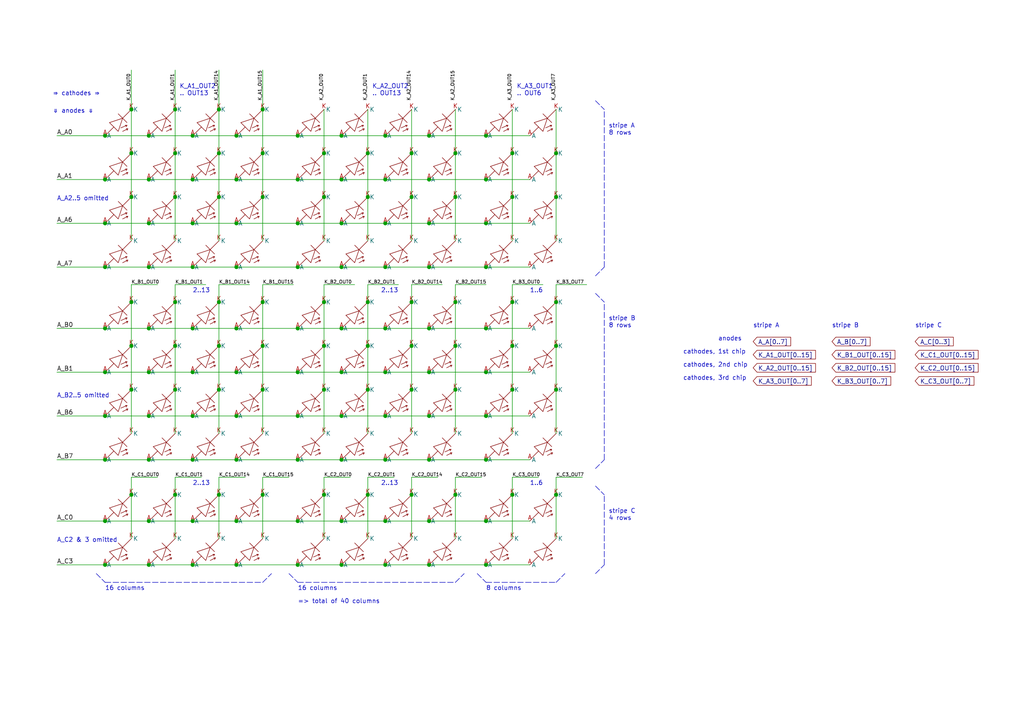
<source format=kicad_sch>
(kicad_sch (version 20210621) (generator eeschema)
  (paper "A4")
  (lib_symbols
    (symbol "subway_led_panel_reversing:LED_diagonal"
      (symbol "LED_diagonal_0_1"
        (polyline (pts (xy -3.81 -3.81) (xy -1.27 -1.27)) (stroke (width 0.1524)))
        (polyline (pts (xy 0 2.54) (xy 2.54 0)) (stroke (width 0.1524)))
        (polyline (pts (xy 0.762 -1.524) (xy 2.54 -0.762)) (stroke (width 0.1524)))
        (polyline (pts (xy 1.27 -2.54) (xy 2.794 -1.778)) (stroke (width 0.1524)))
        (polyline (pts (xy 2.032 -0.762) (xy 2.54 -0.762)) (stroke (width 0.1524)))
        (polyline (pts (xy 2.54 -0.762) (xy 2.286 -1.27)) (stroke (width 0.1524)))
        (polyline (pts (xy 2.794 -1.778) (xy 2.286 -1.778)) (stroke (width 0.1524)))
        (polyline (pts (xy 2.794 -1.778) (xy 2.54 -2.286)) (stroke (width 0.1524)))
        (polyline (pts (xy 3.81 3.81) (xy 1.27 1.27)) (stroke (width 0.1524)))
        (polyline (pts (xy -2.54 0) (xy 0 -2.54) (xy 1.27 1.27) (xy -2.54 0)) (stroke (width 0.1524)))
      )
      (symbol "LED_diagonal_1_1"
        (pin unspecified line (at -3.81 -3.81 0) (length 0) (name "A") (number "A"))
        (pin unspecified line (at 3.81 3.81 0) (length 0) (name "K") (number "K"))
      )
    )
  )
  (junction (at 30.48 39.37) (diameter 1.016))
  (junction (at 30.48 52.07) (diameter 1.016))
  (junction (at 30.48 64.77) (diameter 1.016))
  (junction (at 30.48 77.47) (diameter 1.016))
  (junction (at 30.48 95.25) (diameter 1.016))
  (junction (at 30.48 107.95) (diameter 1.016))
  (junction (at 30.48 120.65) (diameter 1.016))
  (junction (at 30.48 133.35) (diameter 1.016))
  (junction (at 30.48 151.13) (diameter 1.016))
  (junction (at 30.48 163.83) (diameter 1.016))
  (junction (at 38.1 31.75) (diameter 1.016))
  (junction (at 38.1 44.45) (diameter 1.016))
  (junction (at 38.1 57.15) (diameter 1.016))
  (junction (at 38.1 87.63) (diameter 1.016))
  (junction (at 38.1 100.33) (diameter 1.016))
  (junction (at 38.1 113.03) (diameter 1.016))
  (junction (at 38.1 143.51) (diameter 1.016))
  (junction (at 43.18 39.37) (diameter 1.016))
  (junction (at 43.18 52.07) (diameter 1.016))
  (junction (at 43.18 64.77) (diameter 1.016))
  (junction (at 43.18 77.47) (diameter 1.016))
  (junction (at 43.18 95.25) (diameter 1.016))
  (junction (at 43.18 107.95) (diameter 1.016))
  (junction (at 43.18 120.65) (diameter 1.016))
  (junction (at 43.18 133.35) (diameter 1.016))
  (junction (at 43.18 151.13) (diameter 1.016))
  (junction (at 43.18 163.83) (diameter 1.016))
  (junction (at 50.8 31.75) (diameter 1.016))
  (junction (at 50.8 44.45) (diameter 1.016))
  (junction (at 50.8 57.15) (diameter 1.016))
  (junction (at 50.8 87.63) (diameter 1.016))
  (junction (at 50.8 100.33) (diameter 1.016))
  (junction (at 50.8 113.03) (diameter 1.016))
  (junction (at 50.8 143.51) (diameter 1.016))
  (junction (at 55.88 39.37) (diameter 1.016))
  (junction (at 55.88 52.07) (diameter 1.016))
  (junction (at 55.88 64.77) (diameter 1.016))
  (junction (at 55.88 77.47) (diameter 1.016))
  (junction (at 55.88 95.25) (diameter 1.016))
  (junction (at 55.88 107.95) (diameter 1.016))
  (junction (at 55.88 120.65) (diameter 1.016))
  (junction (at 55.88 133.35) (diameter 1.016))
  (junction (at 55.88 151.13) (diameter 1.016))
  (junction (at 55.88 163.83) (diameter 1.016))
  (junction (at 63.5 31.75) (diameter 1.016))
  (junction (at 63.5 44.45) (diameter 1.016))
  (junction (at 63.5 57.15) (diameter 1.016))
  (junction (at 63.5 87.63) (diameter 1.016))
  (junction (at 63.5 100.33) (diameter 1.016))
  (junction (at 63.5 113.03) (diameter 1.016))
  (junction (at 63.5 143.51) (diameter 1.016))
  (junction (at 68.58 39.37) (diameter 1.016))
  (junction (at 68.58 52.07) (diameter 1.016))
  (junction (at 68.58 64.77) (diameter 1.016))
  (junction (at 68.58 77.47) (diameter 1.016))
  (junction (at 68.58 95.25) (diameter 1.016))
  (junction (at 68.58 107.95) (diameter 1.016))
  (junction (at 68.58 120.65) (diameter 1.016))
  (junction (at 68.58 133.35) (diameter 1.016))
  (junction (at 68.58 151.13) (diameter 1.016))
  (junction (at 68.58 163.83) (diameter 1.016))
  (junction (at 76.2 31.75) (diameter 1.016))
  (junction (at 76.2 44.45) (diameter 1.016))
  (junction (at 76.2 57.15) (diameter 1.016))
  (junction (at 76.2 87.63) (diameter 1.016))
  (junction (at 76.2 100.33) (diameter 1.016))
  (junction (at 76.2 113.03) (diameter 1.016))
  (junction (at 76.2 143.51) (diameter 1.016))
  (junction (at 86.36 39.37) (diameter 1.016))
  (junction (at 86.36 52.07) (diameter 1.016))
  (junction (at 86.36 64.77) (diameter 1.016))
  (junction (at 86.36 77.47) (diameter 1.016))
  (junction (at 86.36 95.25) (diameter 1.016))
  (junction (at 86.36 107.95) (diameter 1.016))
  (junction (at 86.36 120.65) (diameter 1.016))
  (junction (at 86.36 133.35) (diameter 1.016))
  (junction (at 86.36 151.13) (diameter 1.016))
  (junction (at 86.36 163.83) (diameter 1.016))
  (junction (at 93.98 44.45) (diameter 1.016))
  (junction (at 93.98 57.15) (diameter 1.016))
  (junction (at 93.98 87.63) (diameter 1.016))
  (junction (at 93.98 100.33) (diameter 1.016))
  (junction (at 93.98 113.03) (diameter 1.016))
  (junction (at 93.98 143.51) (diameter 1.016))
  (junction (at 99.06 39.37) (diameter 1.016))
  (junction (at 99.06 52.07) (diameter 1.016))
  (junction (at 99.06 64.77) (diameter 1.016))
  (junction (at 99.06 77.47) (diameter 1.016))
  (junction (at 99.06 95.25) (diameter 1.016))
  (junction (at 99.06 107.95) (diameter 1.016))
  (junction (at 99.06 120.65) (diameter 1.016))
  (junction (at 99.06 133.35) (diameter 1.016))
  (junction (at 99.06 151.13) (diameter 1.016))
  (junction (at 99.06 163.83) (diameter 1.016))
  (junction (at 106.68 44.45) (diameter 1.016))
  (junction (at 106.68 57.15) (diameter 1.016))
  (junction (at 106.68 87.63) (diameter 1.016))
  (junction (at 106.68 100.33) (diameter 1.016))
  (junction (at 106.68 113.03) (diameter 1.016))
  (junction (at 106.68 143.51) (diameter 1.016))
  (junction (at 111.76 39.37) (diameter 1.016))
  (junction (at 111.76 52.07) (diameter 1.016))
  (junction (at 111.76 64.77) (diameter 1.016))
  (junction (at 111.76 77.47) (diameter 1.016))
  (junction (at 111.76 95.25) (diameter 1.016))
  (junction (at 111.76 107.95) (diameter 1.016))
  (junction (at 111.76 120.65) (diameter 1.016))
  (junction (at 111.76 133.35) (diameter 1.016))
  (junction (at 111.76 151.13) (diameter 1.016))
  (junction (at 111.76 163.83) (diameter 1.016))
  (junction (at 119.38 44.45) (diameter 1.016))
  (junction (at 119.38 57.15) (diameter 1.016))
  (junction (at 119.38 87.63) (diameter 1.016))
  (junction (at 119.38 100.33) (diameter 1.016))
  (junction (at 119.38 113.03) (diameter 1.016))
  (junction (at 119.38 143.51) (diameter 1.016))
  (junction (at 124.46 39.37) (diameter 1.016))
  (junction (at 124.46 52.07) (diameter 1.016))
  (junction (at 124.46 64.77) (diameter 1.016))
  (junction (at 124.46 77.47) (diameter 1.016))
  (junction (at 124.46 95.25) (diameter 1.016))
  (junction (at 124.46 107.95) (diameter 1.016))
  (junction (at 124.46 120.65) (diameter 1.016))
  (junction (at 124.46 133.35) (diameter 1.016))
  (junction (at 124.46 151.13) (diameter 1.016))
  (junction (at 124.46 163.83) (diameter 1.016))
  (junction (at 132.08 44.45) (diameter 1.016))
  (junction (at 132.08 57.15) (diameter 1.016))
  (junction (at 132.08 87.63) (diameter 1.016))
  (junction (at 132.08 100.33) (diameter 1.016))
  (junction (at 132.08 113.03) (diameter 1.016))
  (junction (at 132.08 143.51) (diameter 1.016))
  (junction (at 140.97 39.37) (diameter 1.016))
  (junction (at 140.97 52.07) (diameter 1.016))
  (junction (at 140.97 64.77) (diameter 1.016))
  (junction (at 140.97 77.47) (diameter 1.016))
  (junction (at 140.97 95.25) (diameter 1.016))
  (junction (at 140.97 107.95) (diameter 1.016))
  (junction (at 140.97 120.65) (diameter 1.016))
  (junction (at 140.97 133.35) (diameter 1.016))
  (junction (at 140.97 151.13) (diameter 1.016))
  (junction (at 140.97 163.83) (diameter 1.016))
  (junction (at 148.59 44.45) (diameter 1.016))
  (junction (at 148.59 57.15) (diameter 1.016))
  (junction (at 148.59 87.63) (diameter 1.016))
  (junction (at 148.59 100.33) (diameter 1.016))
  (junction (at 148.59 113.03) (diameter 1.016))
  (junction (at 148.59 143.51) (diameter 1.016))
  (junction (at 161.29 44.45) (diameter 1.016))
  (junction (at 161.29 57.15) (diameter 1.016))
  (junction (at 161.29 87.63) (diameter 1.016))
  (junction (at 161.29 100.33) (diameter 1.016))
  (junction (at 161.29 113.03) (diameter 1.016))
  (junction (at 161.29 143.51) (diameter 1.016))
  (wire (pts (xy 16.51 39.37) (xy 30.48 39.37)))
  (wire (pts (xy 16.51 52.07) (xy 30.48 52.07)))
  (wire (pts (xy 16.51 64.77) (xy 30.48 64.77)))
  (wire (pts (xy 16.51 77.47) (xy 30.48 77.47)))
  (wire (pts (xy 16.51 95.25) (xy 30.48 95.25)))
  (wire (pts (xy 16.51 107.95) (xy 30.48 107.95)))
  (wire (pts (xy 16.51 120.65) (xy 30.48 120.65)))
  (wire (pts (xy 16.51 133.35) (xy 30.48 133.35)))
  (wire (pts (xy 16.51 151.13) (xy 30.48 151.13)))
  (wire (pts (xy 16.51 163.83) (xy 30.48 163.83)))
  (wire (pts (xy 30.48 39.37) (xy 43.18 39.37)))
  (wire (pts (xy 30.48 52.07) (xy 43.18 52.07)))
  (wire (pts (xy 30.48 64.77) (xy 43.18 64.77)))
  (wire (pts (xy 30.48 77.47) (xy 43.18 77.47)))
  (wire (pts (xy 30.48 95.25) (xy 43.18 95.25)))
  (wire (pts (xy 30.48 107.95) (xy 43.18 107.95)))
  (wire (pts (xy 30.48 120.65) (xy 43.18 120.65)))
  (wire (pts (xy 30.48 133.35) (xy 43.18 133.35)))
  (wire (pts (xy 30.48 151.13) (xy 43.18 151.13)))
  (wire (pts (xy 30.48 163.83) (xy 43.18 163.83)))
  (wire (pts (xy 38.1 20.32) (xy 38.1 31.75)))
  (wire (pts (xy 38.1 31.75) (xy 38.1 44.45)))
  (wire (pts (xy 38.1 44.45) (xy 38.1 57.15)))
  (wire (pts (xy 38.1 57.15) (xy 38.1 69.85)))
  (wire (pts (xy 38.1 82.55) (xy 45.72 82.55)))
  (wire (pts (xy 38.1 87.63) (xy 38.1 82.55)))
  (wire (pts (xy 38.1 100.33) (xy 38.1 87.63)))
  (wire (pts (xy 38.1 113.03) (xy 38.1 100.33)))
  (wire (pts (xy 38.1 125.73) (xy 38.1 113.03)))
  (wire (pts (xy 38.1 138.43) (xy 45.72 138.43)))
  (wire (pts (xy 38.1 143.51) (xy 38.1 138.43)))
  (wire (pts (xy 38.1 156.21) (xy 38.1 143.51)))
  (wire (pts (xy 43.18 39.37) (xy 55.88 39.37)))
  (wire (pts (xy 43.18 52.07) (xy 55.88 52.07)))
  (wire (pts (xy 43.18 64.77) (xy 55.88 64.77)))
  (wire (pts (xy 43.18 77.47) (xy 55.88 77.47)))
  (wire (pts (xy 43.18 95.25) (xy 55.88 95.25)))
  (wire (pts (xy 43.18 107.95) (xy 55.88 107.95)))
  (wire (pts (xy 43.18 120.65) (xy 55.88 120.65)))
  (wire (pts (xy 43.18 133.35) (xy 55.88 133.35)))
  (wire (pts (xy 43.18 151.13) (xy 55.88 151.13)))
  (wire (pts (xy 43.18 163.83) (xy 55.88 163.83)))
  (wire (pts (xy 50.8 20.32) (xy 50.8 31.75)))
  (wire (pts (xy 50.8 31.75) (xy 50.8 44.45)))
  (wire (pts (xy 50.8 44.45) (xy 50.8 57.15)))
  (wire (pts (xy 50.8 57.15) (xy 50.8 69.85)))
  (wire (pts (xy 50.8 82.55) (xy 59.69 82.55)))
  (wire (pts (xy 50.8 87.63) (xy 50.8 82.55)))
  (wire (pts (xy 50.8 100.33) (xy 50.8 87.63)))
  (wire (pts (xy 50.8 113.03) (xy 50.8 100.33)))
  (wire (pts (xy 50.8 125.73) (xy 50.8 113.03)))
  (wire (pts (xy 50.8 138.43) (xy 50.8 143.51)))
  (wire (pts (xy 50.8 138.43) (xy 58.42 138.43)))
  (wire (pts (xy 50.8 143.51) (xy 50.8 156.21)))
  (wire (pts (xy 55.88 39.37) (xy 68.58 39.37)))
  (wire (pts (xy 55.88 52.07) (xy 68.58 52.07)))
  (wire (pts (xy 55.88 64.77) (xy 68.58 64.77)))
  (wire (pts (xy 55.88 77.47) (xy 68.58 77.47)))
  (wire (pts (xy 55.88 95.25) (xy 68.58 95.25)))
  (wire (pts (xy 55.88 107.95) (xy 68.58 107.95)))
  (wire (pts (xy 55.88 120.65) (xy 68.58 120.65)))
  (wire (pts (xy 55.88 133.35) (xy 68.58 133.35)))
  (wire (pts (xy 55.88 151.13) (xy 68.58 151.13)))
  (wire (pts (xy 55.88 163.83) (xy 68.58 163.83)))
  (wire (pts (xy 63.5 20.32) (xy 63.5 31.75)))
  (wire (pts (xy 63.5 31.75) (xy 63.5 44.45)))
  (wire (pts (xy 63.5 44.45) (xy 63.5 57.15)))
  (wire (pts (xy 63.5 57.15) (xy 63.5 69.85)))
  (wire (pts (xy 63.5 82.55) (xy 63.5 87.63)))
  (wire (pts (xy 63.5 82.55) (xy 72.39 82.55)))
  (wire (pts (xy 63.5 87.63) (xy 63.5 100.33)))
  (wire (pts (xy 63.5 100.33) (xy 63.5 113.03)))
  (wire (pts (xy 63.5 113.03) (xy 63.5 125.73)))
  (wire (pts (xy 63.5 138.43) (xy 63.5 143.51)))
  (wire (pts (xy 63.5 138.43) (xy 71.12 138.43)))
  (wire (pts (xy 63.5 143.51) (xy 63.5 156.21)))
  (wire (pts (xy 68.58 39.37) (xy 86.36 39.37)))
  (wire (pts (xy 68.58 52.07) (xy 86.36 52.07)))
  (wire (pts (xy 68.58 64.77) (xy 86.36 64.77)))
  (wire (pts (xy 68.58 77.47) (xy 86.36 77.47)))
  (wire (pts (xy 68.58 95.25) (xy 86.36 95.25)))
  (wire (pts (xy 68.58 107.95) (xy 86.36 107.95)))
  (wire (pts (xy 68.58 120.65) (xy 86.36 120.65)))
  (wire (pts (xy 68.58 133.35) (xy 86.36 133.35)))
  (wire (pts (xy 68.58 151.13) (xy 86.36 151.13)))
  (wire (pts (xy 68.58 163.83) (xy 86.36 163.83)))
  (wire (pts (xy 76.2 20.32) (xy 76.2 31.75)))
  (wire (pts (xy 76.2 31.75) (xy 76.2 44.45)))
  (wire (pts (xy 76.2 44.45) (xy 76.2 57.15)))
  (wire (pts (xy 76.2 57.15) (xy 76.2 69.85)))
  (wire (pts (xy 76.2 82.55) (xy 76.2 87.63)))
  (wire (pts (xy 76.2 82.55) (xy 85.09 82.55)))
  (wire (pts (xy 76.2 87.63) (xy 76.2 100.33)))
  (wire (pts (xy 76.2 100.33) (xy 76.2 113.03)))
  (wire (pts (xy 76.2 113.03) (xy 76.2 125.73)))
  (wire (pts (xy 76.2 138.43) (xy 76.2 143.51)))
  (wire (pts (xy 76.2 138.43) (xy 83.82 138.43)))
  (wire (pts (xy 76.2 143.51) (xy 76.2 156.21)))
  (wire (pts (xy 86.36 39.37) (xy 99.06 39.37)))
  (wire (pts (xy 86.36 52.07) (xy 99.06 52.07)))
  (wire (pts (xy 86.36 64.77) (xy 99.06 64.77)))
  (wire (pts (xy 86.36 77.47) (xy 99.06 77.47)))
  (wire (pts (xy 86.36 95.25) (xy 99.06 95.25)))
  (wire (pts (xy 86.36 107.95) (xy 99.06 107.95)))
  (wire (pts (xy 86.36 120.65) (xy 99.06 120.65)))
  (wire (pts (xy 86.36 133.35) (xy 99.06 133.35)))
  (wire (pts (xy 86.36 151.13) (xy 99.06 151.13)))
  (wire (pts (xy 86.36 163.83) (xy 99.06 163.83)))
  (wire (pts (xy 93.98 31.75) (xy 93.98 44.45)))
  (wire (pts (xy 93.98 44.45) (xy 93.98 57.15)))
  (wire (pts (xy 93.98 57.15) (xy 93.98 69.85)))
  (wire (pts (xy 93.98 82.55) (xy 93.98 87.63)))
  (wire (pts (xy 93.98 82.55) (xy 102.87 82.55)))
  (wire (pts (xy 93.98 87.63) (xy 93.98 100.33)))
  (wire (pts (xy 93.98 100.33) (xy 93.98 113.03)))
  (wire (pts (xy 93.98 113.03) (xy 93.98 125.73)))
  (wire (pts (xy 93.98 138.43) (xy 93.98 143.51)))
  (wire (pts (xy 93.98 138.43) (xy 101.6 138.43)))
  (wire (pts (xy 93.98 143.51) (xy 93.98 156.21)))
  (wire (pts (xy 99.06 39.37) (xy 111.76 39.37)))
  (wire (pts (xy 99.06 52.07) (xy 111.76 52.07)))
  (wire (pts (xy 99.06 64.77) (xy 111.76 64.77)))
  (wire (pts (xy 99.06 77.47) (xy 111.76 77.47)))
  (wire (pts (xy 99.06 95.25) (xy 111.76 95.25)))
  (wire (pts (xy 99.06 107.95) (xy 111.76 107.95)))
  (wire (pts (xy 99.06 120.65) (xy 111.76 120.65)))
  (wire (pts (xy 99.06 133.35) (xy 111.76 133.35)))
  (wire (pts (xy 99.06 151.13) (xy 111.76 151.13)))
  (wire (pts (xy 99.06 163.83) (xy 111.76 163.83)))
  (wire (pts (xy 106.68 31.75) (xy 106.68 44.45)))
  (wire (pts (xy 106.68 44.45) (xy 106.68 57.15)))
  (wire (pts (xy 106.68 57.15) (xy 106.68 69.85)))
  (wire (pts (xy 106.68 82.55) (xy 106.68 87.63)))
  (wire (pts (xy 106.68 82.55) (xy 115.57 82.55)))
  (wire (pts (xy 106.68 87.63) (xy 106.68 100.33)))
  (wire (pts (xy 106.68 100.33) (xy 106.68 113.03)))
  (wire (pts (xy 106.68 113.03) (xy 106.68 125.73)))
  (wire (pts (xy 106.68 138.43) (xy 106.68 143.51)))
  (wire (pts (xy 106.68 138.43) (xy 114.3 138.43)))
  (wire (pts (xy 106.68 143.51) (xy 106.68 156.21)))
  (wire (pts (xy 111.76 39.37) (xy 124.46 39.37)))
  (wire (pts (xy 111.76 52.07) (xy 124.46 52.07)))
  (wire (pts (xy 111.76 64.77) (xy 124.46 64.77)))
  (wire (pts (xy 111.76 77.47) (xy 124.46 77.47)))
  (wire (pts (xy 111.76 95.25) (xy 124.46 95.25)))
  (wire (pts (xy 111.76 107.95) (xy 124.46 107.95)))
  (wire (pts (xy 111.76 120.65) (xy 124.46 120.65)))
  (wire (pts (xy 111.76 133.35) (xy 124.46 133.35)))
  (wire (pts (xy 111.76 151.13) (xy 124.46 151.13)))
  (wire (pts (xy 111.76 163.83) (xy 124.46 163.83)))
  (wire (pts (xy 119.38 31.75) (xy 119.38 44.45)))
  (wire (pts (xy 119.38 44.45) (xy 119.38 57.15)))
  (wire (pts (xy 119.38 57.15) (xy 119.38 69.85)))
  (wire (pts (xy 119.38 82.55) (xy 119.38 87.63)))
  (wire (pts (xy 119.38 82.55) (xy 128.27 82.55)))
  (wire (pts (xy 119.38 87.63) (xy 119.38 100.33)))
  (wire (pts (xy 119.38 100.33) (xy 119.38 113.03)))
  (wire (pts (xy 119.38 113.03) (xy 119.38 125.73)))
  (wire (pts (xy 119.38 138.43) (xy 119.38 143.51)))
  (wire (pts (xy 119.38 138.43) (xy 127 138.43)))
  (wire (pts (xy 119.38 143.51) (xy 119.38 156.21)))
  (wire (pts (xy 124.46 39.37) (xy 140.97 39.37)))
  (wire (pts (xy 124.46 52.07) (xy 140.97 52.07)))
  (wire (pts (xy 124.46 64.77) (xy 140.97 64.77)))
  (wire (pts (xy 124.46 77.47) (xy 140.97 77.47)))
  (wire (pts (xy 124.46 95.25) (xy 140.97 95.25)))
  (wire (pts (xy 124.46 107.95) (xy 140.97 107.95)))
  (wire (pts (xy 124.46 120.65) (xy 140.97 120.65)))
  (wire (pts (xy 124.46 133.35) (xy 140.97 133.35)))
  (wire (pts (xy 124.46 151.13) (xy 140.97 151.13)))
  (wire (pts (xy 124.46 163.83) (xy 140.97 163.83)))
  (wire (pts (xy 132.08 31.75) (xy 132.08 44.45)))
  (wire (pts (xy 132.08 44.45) (xy 132.08 57.15)))
  (wire (pts (xy 132.08 57.15) (xy 132.08 69.85)))
  (wire (pts (xy 132.08 82.55) (xy 132.08 87.63)))
  (wire (pts (xy 132.08 82.55) (xy 140.97 82.55)))
  (wire (pts (xy 132.08 87.63) (xy 132.08 100.33)))
  (wire (pts (xy 132.08 100.33) (xy 132.08 113.03)))
  (wire (pts (xy 132.08 113.03) (xy 132.08 125.73)))
  (wire (pts (xy 132.08 138.43) (xy 132.08 143.51)))
  (wire (pts (xy 132.08 138.43) (xy 139.7 138.43)))
  (wire (pts (xy 132.08 143.51) (xy 132.08 156.21)))
  (wire (pts (xy 140.97 39.37) (xy 153.67 39.37)))
  (wire (pts (xy 140.97 52.07) (xy 153.67 52.07)))
  (wire (pts (xy 140.97 64.77) (xy 153.67 64.77)))
  (wire (pts (xy 140.97 77.47) (xy 153.67 77.47)))
  (wire (pts (xy 140.97 95.25) (xy 153.67 95.25)))
  (wire (pts (xy 140.97 107.95) (xy 153.67 107.95)))
  (wire (pts (xy 140.97 120.65) (xy 153.67 120.65)))
  (wire (pts (xy 140.97 133.35) (xy 153.67 133.35)))
  (wire (pts (xy 140.97 151.13) (xy 153.67 151.13)))
  (wire (pts (xy 140.97 163.83) (xy 153.67 163.83)))
  (wire (pts (xy 148.59 31.75) (xy 148.59 44.45)))
  (wire (pts (xy 148.59 44.45) (xy 148.59 57.15)))
  (wire (pts (xy 148.59 57.15) (xy 148.59 69.85)))
  (wire (pts (xy 148.59 82.55) (xy 148.59 87.63)))
  (wire (pts (xy 148.59 82.55) (xy 157.48 82.55)))
  (wire (pts (xy 148.59 87.63) (xy 148.59 100.33)))
  (wire (pts (xy 148.59 100.33) (xy 148.59 113.03)))
  (wire (pts (xy 148.59 113.03) (xy 148.59 125.73)))
  (wire (pts (xy 148.59 138.43) (xy 148.59 143.51)))
  (wire (pts (xy 148.59 138.43) (xy 156.21 138.43)))
  (wire (pts (xy 148.59 143.51) (xy 148.59 156.21)))
  (wire (pts (xy 161.29 31.75) (xy 161.29 44.45)))
  (wire (pts (xy 161.29 44.45) (xy 161.29 57.15)))
  (wire (pts (xy 161.29 57.15) (xy 161.29 69.85)))
  (wire (pts (xy 161.29 82.55) (xy 161.29 87.63)))
  (wire (pts (xy 161.29 82.55) (xy 170.18 82.55)))
  (wire (pts (xy 161.29 87.63) (xy 161.29 100.33)))
  (wire (pts (xy 161.29 100.33) (xy 161.29 113.03)))
  (wire (pts (xy 161.29 113.03) (xy 161.29 125.73)))
  (wire (pts (xy 161.29 138.43) (xy 161.29 143.51)))
  (wire (pts (xy 161.29 138.43) (xy 168.91 138.43)))
  (wire (pts (xy 161.29 143.51) (xy 161.29 156.21)))
  (polyline (pts (xy 27.94 166.37) (xy 30.48 168.91)) (stroke (width 0) (type dash)))
  (polyline (pts (xy 30.48 168.91) (xy 76.2 168.91)) (stroke (width 0) (type dash)))
  (polyline (pts (xy 76.2 168.91) (xy 78.74 166.37)) (stroke (width 0) (type dash)))
  (polyline (pts (xy 83.82 166.37) (xy 86.36 168.91)) (stroke (width 0) (type dash)))
  (polyline (pts (xy 86.36 168.91) (xy 132.08 168.91)) (stroke (width 0) (type dash)))
  (polyline (pts (xy 132.08 168.91) (xy 134.62 166.37)) (stroke (width 0) (type dash)))
  (polyline (pts (xy 138.43 166.37) (xy 140.97 168.91)) (stroke (width 0) (type dash)))
  (polyline (pts (xy 140.97 168.91) (xy 161.29 168.91)) (stroke (width 0) (type dash)))
  (polyline (pts (xy 161.29 168.91) (xy 163.83 166.37)) (stroke (width 0) (type dash)))
  (polyline (pts (xy 172.72 29.21) (xy 175.26 31.75)) (stroke (width 0) (type dash)))
  (polyline (pts (xy 172.72 80.01) (xy 175.26 77.47)) (stroke (width 0) (type dash)))
  (polyline (pts (xy 172.72 85.09) (xy 175.26 87.63)) (stroke (width 0) (type dash)))
  (polyline (pts (xy 172.72 135.89) (xy 175.26 133.35)) (stroke (width 0) (type dash)))
  (polyline (pts (xy 172.72 140.97) (xy 175.26 143.51)) (stroke (width 0) (type dash)))
  (polyline (pts (xy 172.72 166.37) (xy 175.26 163.83)) (stroke (width 0) (type dash)))
  (polyline (pts (xy 175.26 77.47) (xy 175.26 31.75)) (stroke (width 0) (type dash)))
  (polyline (pts (xy 175.26 133.35) (xy 175.26 87.63)) (stroke (width 0) (type dash)))
  (polyline (pts (xy 175.26 163.83) (xy 175.26 143.51)) (stroke (width 0) (type dash)))
  (text "⇒ cathodes ⇒" (at 15.24 27.94 0) (effects (font (size 1.27 1.27)) (justify left bottom)))
  (text "⇓ anodes ⇓" (at 15.24 33.02 0) (effects (font (size 1.27 1.27)) (justify left bottom)))
  (text "A_A2..5 omitted" (at 16.51 58.42 0) (effects (font (size 1.27 1.27)) (justify left bottom)))
  (text "A_B2..5 omitted" (at 16.51 115.57 0) (effects (font (size 1.27 1.27)) (justify left bottom)))
  (text "A_C2 & 3 omitted" (at 16.51 157.48 0) (effects (font (size 1.27 1.27)) (justify left bottom)))
  (text "16 columns" (at 30.48 171.45 0) (effects (font (size 1.27 1.27)) (justify left bottom)))
  (text "K_A1_OUT2\n.. OUT13\n" (at 52.07 27.94 0) (effects (font (size 1.27 1.27)) (justify left bottom)))
  (text "2..13" (at 55.88 85.09 0) (effects (font (size 1.27 1.27)) (justify left bottom)))
  (text "2..13" (at 55.88 140.97 0) (effects (font (size 1.27 1.27)) (justify left bottom)))
  (text "16 columns" (at 86.36 171.45 0) (effects (font (size 1.27 1.27)) (justify left bottom)))
  (text "=> total of 40 columns" (at 86.36 175.26 0) (effects (font (size 1.27 1.27)) (justify left bottom)))
  (text "K_A2_OUT2\n.. OUT13\n" (at 107.95 27.94 0) (effects (font (size 1.27 1.27)) (justify left bottom)))
  (text "2..13" (at 110.49 85.09 0) (effects (font (size 1.27 1.27)) (justify left bottom)))
  (text "2..13" (at 110.49 140.97 0) (effects (font (size 1.27 1.27)) (justify left bottom)))
  (text "8 columns" (at 140.97 171.45 0) (effects (font (size 1.27 1.27)) (justify left bottom)))
  (text "K_A3_OUT1\n.. OUT6\n" (at 149.86 27.94 0) (effects (font (size 1.27 1.27)) (justify left bottom)))
  (text "1..6" (at 153.67 85.09 0) (effects (font (size 1.27 1.27)) (justify left bottom)))
  (text "1..6" (at 153.67 140.97 0) (effects (font (size 1.27 1.27)) (justify left bottom)))
  (text "stripe A\n8 rows" (at 176.53 39.37 0) (effects (font (size 1.27 1.27)) (justify left bottom)))
  (text "stripe B\n8 rows" (at 176.53 95.25 0) (effects (font (size 1.27 1.27)) (justify left bottom)))
  (text "stripe C\n4 rows" (at 176.53 151.13 0) (effects (font (size 1.27 1.27)) (justify left bottom)))
  (text "cathodes, 1st chip" (at 198.12 102.87 0) (effects (font (size 1.27 1.27)) (justify left bottom)))
  (text "cathodes, 2nd chip" (at 198.12 106.68 0) (effects (font (size 1.27 1.27)) (justify left bottom)))
  (text "cathodes, 3rd chip" (at 198.12 110.49 0) (effects (font (size 1.27 1.27)) (justify left bottom)))
  (text "anodes" (at 208.28 99.06 0) (effects (font (size 1.27 1.27)) (justify left bottom)))
  (text "stripe A" (at 218.44 95.25 0) (effects (font (size 1.27 1.27)) (justify left bottom)))
  (text "stripe B" (at 241.3 95.25 0) (effects (font (size 1.27 1.27)) (justify left bottom)))
  (text "stripe C" (at 265.43 95.25 0) (effects (font (size 1.27 1.27)) (justify left bottom)))
  (label "A_A0" (at 16.51 39.37 0))
  (label "A_A1" (at 16.51 52.07 0))
  (label "A_A6" (at 16.51 64.77 0))
  (label "A_A7" (at 16.51 77.47 0))
  (label "A_B0" (at 16.51 95.25 0))
  (label "A_B1" (at 16.51 107.95 0))
  (label "A_B6" (at 16.51 120.65 0))
  (label "A_B7" (at 16.51 133.35 0))
  (label "A_C0" (at 16.51 151.13 0))
  (label "A_C3" (at 16.51 163.83 0))
  (label "K_A1_OUT0" (at 38.1 29.21 90) (effects (font (size 0.9525 0.9525))))
  (label "K_B1_OUT0" (at 38.1 82.55 0) (effects (font (size 0.9525 0.9525))))
  (label "K_C1_OUT0" (at 38.1 138.43 0) (effects (font (size 0.9525 0.9525))))
  (label "K_A1_OUT1" (at 50.8 29.21 90) (effects (font (size 0.9525 0.9525))))
  (label "K_B1_OUT1" (at 50.8 82.55 0) (effects (font (size 0.9525 0.9525))))
  (label "K_C1_OUT1" (at 50.8 138.43 0) (effects (font (size 0.9525 0.9525))))
  (label "K_A1_OUT14" (at 63.5 29.21 90) (effects (font (size 0.9525 0.9525))))
  (label "K_B1_OUT14" (at 63.5 82.55 0) (effects (font (size 0.9525 0.9525))))
  (label "K_C1_OUT14" (at 63.5 138.43 0) (effects (font (size 0.9525 0.9525))))
  (label "K_A1_OUT15" (at 76.2 29.21 90) (effects (font (size 0.9525 0.9525))))
  (label "K_B1_OUT15" (at 76.2 82.55 0) (effects (font (size 0.9525 0.9525))))
  (label "K_C1_OUT15" (at 76.2 138.43 0) (effects (font (size 0.9525 0.9525))))
  (label "K_A2_OUT0" (at 93.98 29.21 90) (effects (font (size 0.9525 0.9525))))
  (label "K_B2_OUT0" (at 93.98 82.55 0) (effects (font (size 0.9525 0.9525))))
  (label "K_C2_OUT0" (at 93.98 138.43 0) (effects (font (size 0.9525 0.9525))))
  (label "K_A2_OUT1" (at 106.68 29.21 90) (effects (font (size 0.9525 0.9525))))
  (label "K_B2_OUT1" (at 106.68 82.55 0) (effects (font (size 0.9525 0.9525))))
  (label "K_C2_OUT1" (at 106.68 138.43 0) (effects (font (size 0.9525 0.9525))))
  (label "K_A2_OUT14" (at 119.38 29.21 90) (effects (font (size 0.9525 0.9525))))
  (label "K_B2_OUT14" (at 119.38 82.55 0) (effects (font (size 0.9525 0.9525))))
  (label "K_C2_OUT14" (at 119.38 138.43 0) (effects (font (size 0.9525 0.9525))))
  (label "K_A2_OUT15" (at 132.08 29.21 90) (effects (font (size 0.9525 0.9525))))
  (label "K_B2_OUT15" (at 132.08 82.55 0) (effects (font (size 0.9525 0.9525))))
  (label "K_C2_OUT15" (at 132.08 138.43 0) (effects (font (size 0.9525 0.9525))))
  (label "K_A3_OUT0" (at 148.59 29.21 90) (effects (font (size 0.9525 0.9525))))
  (label "K_B3_OUT0" (at 148.59 82.55 0) (effects (font (size 0.9525 0.9525))))
  (label "K_C3_OUT0" (at 148.59 138.43 0) (effects (font (size 0.9525 0.9525))))
  (label "K_A3_OUT7" (at 161.29 29.21 90) (effects (font (size 0.9525 0.9525))))
  (label "K_B3_OUT7" (at 161.29 82.55 0) (effects (font (size 0.9525 0.9525))))
  (label "K_C3_OUT7" (at 161.29 138.43 0) (effects (font (size 0.9525 0.9525))))
  (global_label "A_A[0..7]" (shape input) (at 218.44 99.06 0) (property "Intersheet References" "${INTERSHEET_REFS}" (effects hide)))
  (global_label "K_A1_OUT[0..15]" (shape input) (at 218.44 102.87 0) (property "Intersheet References" "${INTERSHEET_REFS}" (effects hide)))
  (global_label "K_A2_OUT[0..15]" (shape input) (at 218.44 106.68 0) (property "Intersheet References" "${INTERSHEET_REFS}" (effects hide)))
  (global_label "K_A3_OUT[0..7]" (shape input) (at 218.44 110.49 0) (property "Intersheet References" "${INTERSHEET_REFS}" (effects hide)))
  (global_label "A_B[0..7]" (shape input) (at 241.3 99.06 0) (property "Intersheet References" "${INTERSHEET_REFS}" (effects hide)))
  (global_label "K_B1_OUT[0..15]" (shape input) (at 241.3 102.87 0) (property "Intersheet References" "${INTERSHEET_REFS}" (effects hide)))
  (global_label "K_B2_OUT[0..15]" (shape input) (at 241.3 106.68 0) (property "Intersheet References" "${INTERSHEET_REFS}" (effects hide)))
  (global_label "K_B3_OUT[0..7]" (shape input) (at 241.3 110.49 0) (property "Intersheet References" "${INTERSHEET_REFS}" (effects hide)))
  (global_label "A_C[0..3]" (shape input) (at 265.43 99.06 0) (property "Intersheet References" "${INTERSHEET_REFS}" (effects hide)))
  (global_label "K_C1_OUT[0..15]" (shape input) (at 265.43 102.87 0) (property "Intersheet References" "${INTERSHEET_REFS}" (effects hide)))
  (global_label "K_C2_OUT[0..15]" (shape input) (at 265.43 106.68 0) (property "Intersheet References" "${INTERSHEET_REFS}" (effects hide)))
  (global_label "K_C3_OUT[0..7]" (shape input) (at 265.43 110.49 0) (property "Intersheet References" "${INTERSHEET_REFS}" (effects hide)))
  (symbol (lib_id "subway_led_panel_reversing:LED_diagonal") (at 34.29 35.56 0) (unit 1)
    (property "Reference" "D?" (effects hide))
    (property "Value" "LED_diagonal" (effects hide))
  )
  (symbol (lib_id "subway_led_panel_reversing:LED_diagonal") (at 34.29 48.26 0) (unit 1)
    (property "Reference" "D?" (effects hide))
    (property "Value" "LED_diagonal" (effects hide))
  )
  (symbol (lib_id "subway_led_panel_reversing:LED_diagonal") (at 34.29 60.96 0) (unit 1)
    (property "Reference" "D?" (effects hide))
    (property "Value" "LED_diagonal" (effects hide))
  )
  (symbol (lib_id "subway_led_panel_reversing:LED_diagonal") (at 34.29 73.66 0) (unit 1)
    (property "Reference" "D?" (effects hide))
    (property "Value" "LED_diagonal" (effects hide))
  )
  (symbol (lib_id "subway_led_panel_reversing:LED_diagonal") (at 34.29 91.44 0) (unit 1)
    (property "Reference" "D?" (effects hide))
    (property "Value" "LED_diagonal" (effects hide))
  )
  (symbol (lib_id "subway_led_panel_reversing:LED_diagonal") (at 34.29 104.14 0) (unit 1)
    (property "Reference" "D?" (effects hide))
    (property "Value" "LED_diagonal" (effects hide))
  )
  (symbol (lib_id "subway_led_panel_reversing:LED_diagonal") (at 34.29 116.84 0) (unit 1)
    (property "Reference" "D?" (effects hide))
    (property "Value" "LED_diagonal" (effects hide))
  )
  (symbol (lib_id "subway_led_panel_reversing:LED_diagonal") (at 34.29 129.54 0) (unit 1)
    (property "Reference" "D?" (effects hide))
    (property "Value" "LED_diagonal" (effects hide))
  )
  (symbol (lib_id "subway_led_panel_reversing:LED_diagonal") (at 34.29 147.32 0) (unit 1)
    (property "Reference" "D?" (effects hide))
    (property "Value" "LED_diagonal" (effects hide))
  )
  (symbol (lib_id "subway_led_panel_reversing:LED_diagonal") (at 34.29 160.02 0) (unit 1)
    (property "Reference" "D?" (effects hide))
    (property "Value" "LED_diagonal" (effects hide))
  )
  (symbol (lib_id "subway_led_panel_reversing:LED_diagonal") (at 46.99 35.56 0) (unit 1)
    (property "Reference" "D?" (effects hide))
    (property "Value" "LED_diagonal" (effects hide))
  )
  (symbol (lib_id "subway_led_panel_reversing:LED_diagonal") (at 46.99 48.26 0) (unit 1)
    (property "Reference" "D?" (effects hide))
    (property "Value" "LED_diagonal" (effects hide))
  )
  (symbol (lib_id "subway_led_panel_reversing:LED_diagonal") (at 46.99 60.96 0) (unit 1)
    (property "Reference" "D?" (effects hide))
    (property "Value" "LED_diagonal" (effects hide))
  )
  (symbol (lib_id "subway_led_panel_reversing:LED_diagonal") (at 46.99 73.66 0) (unit 1)
    (property "Reference" "D?" (effects hide))
    (property "Value" "LED_diagonal" (effects hide))
  )
  (symbol (lib_id "subway_led_panel_reversing:LED_diagonal") (at 46.99 91.44 0) (unit 1)
    (property "Reference" "D?" (effects hide))
    (property "Value" "LED_diagonal" (effects hide))
  )
  (symbol (lib_id "subway_led_panel_reversing:LED_diagonal") (at 46.99 104.14 0) (unit 1)
    (property "Reference" "D?" (effects hide))
    (property "Value" "LED_diagonal" (effects hide))
  )
  (symbol (lib_id "subway_led_panel_reversing:LED_diagonal") (at 46.99 116.84 0) (unit 1)
    (property "Reference" "D?" (effects hide))
    (property "Value" "LED_diagonal" (effects hide))
  )
  (symbol (lib_id "subway_led_panel_reversing:LED_diagonal") (at 46.99 129.54 0) (unit 1)
    (property "Reference" "D?" (effects hide))
    (property "Value" "LED_diagonal" (effects hide))
  )
  (symbol (lib_id "subway_led_panel_reversing:LED_diagonal") (at 46.99 147.32 0) (unit 1)
    (property "Reference" "D?" (effects hide))
    (property "Value" "LED_diagonal" (effects hide))
  )
  (symbol (lib_id "subway_led_panel_reversing:LED_diagonal") (at 46.99 160.02 0) (unit 1)
    (property "Reference" "D?" (effects hide))
    (property "Value" "LED_diagonal" (effects hide))
  )
  (symbol (lib_id "subway_led_panel_reversing:LED_diagonal") (at 59.69 35.56 0) (unit 1)
    (property "Reference" "D?" (effects hide))
    (property "Value" "LED_diagonal" (effects hide))
  )
  (symbol (lib_id "subway_led_panel_reversing:LED_diagonal") (at 59.69 48.26 0) (unit 1)
    (property "Reference" "D?" (effects hide))
    (property "Value" "LED_diagonal" (effects hide))
  )
  (symbol (lib_id "subway_led_panel_reversing:LED_diagonal") (at 59.69 60.96 0) (unit 1)
    (property "Reference" "D?" (effects hide))
    (property "Value" "LED_diagonal" (effects hide))
  )
  (symbol (lib_id "subway_led_panel_reversing:LED_diagonal") (at 59.69 73.66 0) (unit 1)
    (property "Reference" "D?" (effects hide))
    (property "Value" "LED_diagonal" (effects hide))
  )
  (symbol (lib_id "subway_led_panel_reversing:LED_diagonal") (at 59.69 91.44 0) (unit 1)
    (property "Reference" "D?" (effects hide))
    (property "Value" "LED_diagonal" (effects hide))
  )
  (symbol (lib_id "subway_led_panel_reversing:LED_diagonal") (at 59.69 104.14 0) (unit 1)
    (property "Reference" "D?" (effects hide))
    (property "Value" "LED_diagonal" (effects hide))
  )
  (symbol (lib_id "subway_led_panel_reversing:LED_diagonal") (at 59.69 116.84 0) (unit 1)
    (property "Reference" "D?" (effects hide))
    (property "Value" "LED_diagonal" (effects hide))
  )
  (symbol (lib_id "subway_led_panel_reversing:LED_diagonal") (at 59.69 129.54 0) (unit 1)
    (property "Reference" "D?" (effects hide))
    (property "Value" "LED_diagonal" (effects hide))
  )
  (symbol (lib_id "subway_led_panel_reversing:LED_diagonal") (at 59.69 147.32 0) (unit 1)
    (property "Reference" "D?" (effects hide))
    (property "Value" "LED_diagonal" (effects hide))
  )
  (symbol (lib_id "subway_led_panel_reversing:LED_diagonal") (at 59.69 160.02 0) (unit 1)
    (property "Reference" "D?" (effects hide))
    (property "Value" "LED_diagonal" (effects hide))
  )
  (symbol (lib_id "subway_led_panel_reversing:LED_diagonal") (at 72.39 35.56 0) (unit 1)
    (property "Reference" "D?" (effects hide))
    (property "Value" "LED_diagonal" (effects hide))
  )
  (symbol (lib_id "subway_led_panel_reversing:LED_diagonal") (at 72.39 48.26 0) (unit 1)
    (property "Reference" "D?" (effects hide))
    (property "Value" "LED_diagonal" (effects hide))
  )
  (symbol (lib_id "subway_led_panel_reversing:LED_diagonal") (at 72.39 60.96 0) (unit 1)
    (property "Reference" "D?" (effects hide))
    (property "Value" "LED_diagonal" (effects hide))
  )
  (symbol (lib_id "subway_led_panel_reversing:LED_diagonal") (at 72.39 73.66 0) (unit 1)
    (property "Reference" "D?" (effects hide))
    (property "Value" "LED_diagonal" (effects hide))
  )
  (symbol (lib_id "subway_led_panel_reversing:LED_diagonal") (at 72.39 91.44 0) (unit 1)
    (property "Reference" "D?" (effects hide))
    (property "Value" "LED_diagonal" (effects hide))
  )
  (symbol (lib_id "subway_led_panel_reversing:LED_diagonal") (at 72.39 104.14 0) (unit 1)
    (property "Reference" "D?" (effects hide))
    (property "Value" "LED_diagonal" (effects hide))
  )
  (symbol (lib_id "subway_led_panel_reversing:LED_diagonal") (at 72.39 116.84 0) (unit 1)
    (property "Reference" "D?" (effects hide))
    (property "Value" "LED_diagonal" (effects hide))
  )
  (symbol (lib_id "subway_led_panel_reversing:LED_diagonal") (at 72.39 129.54 0) (unit 1)
    (property "Reference" "D?" (effects hide))
    (property "Value" "LED_diagonal" (effects hide))
  )
  (symbol (lib_id "subway_led_panel_reversing:LED_diagonal") (at 72.39 147.32 0) (unit 1)
    (property "Reference" "D?" (effects hide))
    (property "Value" "LED_diagonal" (effects hide))
  )
  (symbol (lib_id "subway_led_panel_reversing:LED_diagonal") (at 72.39 160.02 0) (unit 1)
    (property "Reference" "D?" (effects hide))
    (property "Value" "LED_diagonal" (effects hide))
  )
  (symbol (lib_id "subway_led_panel_reversing:LED_diagonal") (at 90.17 35.56 0) (unit 1)
    (property "Reference" "D?" (effects hide))
    (property "Value" "LED_diagonal" (effects hide))
  )
  (symbol (lib_id "subway_led_panel_reversing:LED_diagonal") (at 90.17 48.26 0) (unit 1)
    (property "Reference" "D?" (effects hide))
    (property "Value" "LED_diagonal" (effects hide))
  )
  (symbol (lib_id "subway_led_panel_reversing:LED_diagonal") (at 90.17 60.96 0) (unit 1)
    (property "Reference" "D?" (effects hide))
    (property "Value" "LED_diagonal" (effects hide))
  )
  (symbol (lib_id "subway_led_panel_reversing:LED_diagonal") (at 90.17 73.66 0) (unit 1)
    (property "Reference" "D?" (effects hide))
    (property "Value" "LED_diagonal" (effects hide))
  )
  (symbol (lib_id "subway_led_panel_reversing:LED_diagonal") (at 90.17 91.44 0) (unit 1)
    (property "Reference" "D?" (effects hide))
    (property "Value" "LED_diagonal" (effects hide))
  )
  (symbol (lib_id "subway_led_panel_reversing:LED_diagonal") (at 90.17 104.14 0) (unit 1)
    (property "Reference" "D?" (effects hide))
    (property "Value" "LED_diagonal" (effects hide))
  )
  (symbol (lib_id "subway_led_panel_reversing:LED_diagonal") (at 90.17 116.84 0) (unit 1)
    (property "Reference" "D?" (effects hide))
    (property "Value" "LED_diagonal" (effects hide))
  )
  (symbol (lib_id "subway_led_panel_reversing:LED_diagonal") (at 90.17 129.54 0) (unit 1)
    (property "Reference" "D?" (effects hide))
    (property "Value" "LED_diagonal" (effects hide))
  )
  (symbol (lib_id "subway_led_panel_reversing:LED_diagonal") (at 90.17 147.32 0) (unit 1)
    (property "Reference" "D?" (effects hide))
    (property "Value" "LED_diagonal" (effects hide))
  )
  (symbol (lib_id "subway_led_panel_reversing:LED_diagonal") (at 90.17 160.02 0) (unit 1)
    (property "Reference" "D?" (effects hide))
    (property "Value" "LED_diagonal" (effects hide))
  )
  (symbol (lib_id "subway_led_panel_reversing:LED_diagonal") (at 102.87 35.56 0) (unit 1)
    (property "Reference" "D?" (effects hide))
    (property "Value" "LED_diagonal" (effects hide))
  )
  (symbol (lib_id "subway_led_panel_reversing:LED_diagonal") (at 102.87 48.26 0) (unit 1)
    (property "Reference" "D?" (effects hide))
    (property "Value" "LED_diagonal" (effects hide))
  )
  (symbol (lib_id "subway_led_panel_reversing:LED_diagonal") (at 102.87 60.96 0) (unit 1)
    (property "Reference" "D?" (effects hide))
    (property "Value" "LED_diagonal" (effects hide))
  )
  (symbol (lib_id "subway_led_panel_reversing:LED_diagonal") (at 102.87 73.66 0) (unit 1)
    (property "Reference" "D?" (effects hide))
    (property "Value" "LED_diagonal" (effects hide))
  )
  (symbol (lib_id "subway_led_panel_reversing:LED_diagonal") (at 102.87 91.44 0) (unit 1)
    (property "Reference" "D?" (effects hide))
    (property "Value" "LED_diagonal" (effects hide))
  )
  (symbol (lib_id "subway_led_panel_reversing:LED_diagonal") (at 102.87 104.14 0) (unit 1)
    (property "Reference" "D?" (effects hide))
    (property "Value" "LED_diagonal" (effects hide))
  )
  (symbol (lib_id "subway_led_panel_reversing:LED_diagonal") (at 102.87 116.84 0) (unit 1)
    (property "Reference" "D?" (effects hide))
    (property "Value" "LED_diagonal" (effects hide))
  )
  (symbol (lib_id "subway_led_panel_reversing:LED_diagonal") (at 102.87 129.54 0) (unit 1)
    (property "Reference" "D?" (effects hide))
    (property "Value" "LED_diagonal" (effects hide))
  )
  (symbol (lib_id "subway_led_panel_reversing:LED_diagonal") (at 102.87 147.32 0) (unit 1)
    (property "Reference" "D?" (effects hide))
    (property "Value" "LED_diagonal" (effects hide))
  )
  (symbol (lib_id "subway_led_panel_reversing:LED_diagonal") (at 102.87 160.02 0) (unit 1)
    (property "Reference" "D?" (effects hide))
    (property "Value" "LED_diagonal" (effects hide))
  )
  (symbol (lib_id "subway_led_panel_reversing:LED_diagonal") (at 115.57 35.56 0) (unit 1)
    (property "Reference" "D?" (effects hide))
    (property "Value" "LED_diagonal" (effects hide))
  )
  (symbol (lib_id "subway_led_panel_reversing:LED_diagonal") (at 115.57 48.26 0) (unit 1)
    (property "Reference" "D?" (effects hide))
    (property "Value" "LED_diagonal" (effects hide))
  )
  (symbol (lib_id "subway_led_panel_reversing:LED_diagonal") (at 115.57 60.96 0) (unit 1)
    (property "Reference" "D?" (effects hide))
    (property "Value" "LED_diagonal" (effects hide))
  )
  (symbol (lib_id "subway_led_panel_reversing:LED_diagonal") (at 115.57 73.66 0) (unit 1)
    (property "Reference" "D?" (effects hide))
    (property "Value" "LED_diagonal" (effects hide))
  )
  (symbol (lib_id "subway_led_panel_reversing:LED_diagonal") (at 115.57 91.44 0) (unit 1)
    (property "Reference" "D?" (effects hide))
    (property "Value" "LED_diagonal" (effects hide))
  )
  (symbol (lib_id "subway_led_panel_reversing:LED_diagonal") (at 115.57 104.14 0) (unit 1)
    (property "Reference" "D?" (effects hide))
    (property "Value" "LED_diagonal" (effects hide))
  )
  (symbol (lib_id "subway_led_panel_reversing:LED_diagonal") (at 115.57 116.84 0) (unit 1)
    (property "Reference" "D?" (effects hide))
    (property "Value" "LED_diagonal" (effects hide))
  )
  (symbol (lib_id "subway_led_panel_reversing:LED_diagonal") (at 115.57 129.54 0) (unit 1)
    (property "Reference" "D?" (effects hide))
    (property "Value" "LED_diagonal" (effects hide))
  )
  (symbol (lib_id "subway_led_panel_reversing:LED_diagonal") (at 115.57 147.32 0) (unit 1)
    (property "Reference" "D?" (effects hide))
    (property "Value" "LED_diagonal" (effects hide))
  )
  (symbol (lib_id "subway_led_panel_reversing:LED_diagonal") (at 115.57 160.02 0) (unit 1)
    (property "Reference" "D?" (effects hide))
    (property "Value" "LED_diagonal" (effects hide))
  )
  (symbol (lib_id "subway_led_panel_reversing:LED_diagonal") (at 128.27 35.56 0) (unit 1)
    (property "Reference" "D?" (effects hide))
    (property "Value" "LED_diagonal" (effects hide))
  )
  (symbol (lib_id "subway_led_panel_reversing:LED_diagonal") (at 128.27 48.26 0) (unit 1)
    (property "Reference" "D?" (effects hide))
    (property "Value" "LED_diagonal" (effects hide))
  )
  (symbol (lib_id "subway_led_panel_reversing:LED_diagonal") (at 128.27 60.96 0) (unit 1)
    (property "Reference" "D?" (effects hide))
    (property "Value" "LED_diagonal" (effects hide))
  )
  (symbol (lib_id "subway_led_panel_reversing:LED_diagonal") (at 128.27 73.66 0) (unit 1)
    (property "Reference" "D?" (effects hide))
    (property "Value" "LED_diagonal" (effects hide))
  )
  (symbol (lib_id "subway_led_panel_reversing:LED_diagonal") (at 128.27 91.44 0) (unit 1)
    (property "Reference" "D?" (effects hide))
    (property "Value" "LED_diagonal" (effects hide))
  )
  (symbol (lib_id "subway_led_panel_reversing:LED_diagonal") (at 128.27 104.14 0) (unit 1)
    (property "Reference" "D?" (effects hide))
    (property "Value" "LED_diagonal" (effects hide))
  )
  (symbol (lib_id "subway_led_panel_reversing:LED_diagonal") (at 128.27 116.84 0) (unit 1)
    (property "Reference" "D?" (effects hide))
    (property "Value" "LED_diagonal" (effects hide))
  )
  (symbol (lib_id "subway_led_panel_reversing:LED_diagonal") (at 128.27 129.54 0) (unit 1)
    (property "Reference" "D?" (effects hide))
    (property "Value" "LED_diagonal" (effects hide))
  )
  (symbol (lib_id "subway_led_panel_reversing:LED_diagonal") (at 128.27 147.32 0) (unit 1)
    (property "Reference" "D?" (effects hide))
    (property "Value" "LED_diagonal" (effects hide))
  )
  (symbol (lib_id "subway_led_panel_reversing:LED_diagonal") (at 128.27 160.02 0) (unit 1)
    (property "Reference" "D?" (effects hide))
    (property "Value" "LED_diagonal" (effects hide))
  )
  (symbol (lib_id "subway_led_panel_reversing:LED_diagonal") (at 144.78 35.56 0) (unit 1)
    (property "Reference" "D?" (effects hide))
    (property "Value" "LED_diagonal" (effects hide))
  )
  (symbol (lib_id "subway_led_panel_reversing:LED_diagonal") (at 144.78 48.26 0) (unit 1)
    (property "Reference" "D?" (effects hide))
    (property "Value" "LED_diagonal" (effects hide))
  )
  (symbol (lib_id "subway_led_panel_reversing:LED_diagonal") (at 144.78 60.96 0) (unit 1)
    (property "Reference" "D?" (effects hide))
    (property "Value" "LED_diagonal" (effects hide))
  )
  (symbol (lib_id "subway_led_panel_reversing:LED_diagonal") (at 144.78 73.66 0) (unit 1)
    (property "Reference" "D?" (effects hide))
    (property "Value" "LED_diagonal" (effects hide))
  )
  (symbol (lib_id "subway_led_panel_reversing:LED_diagonal") (at 144.78 91.44 0) (unit 1)
    (property "Reference" "D?" (effects hide))
    (property "Value" "LED_diagonal" (effects hide))
  )
  (symbol (lib_id "subway_led_panel_reversing:LED_diagonal") (at 144.78 104.14 0) (unit 1)
    (property "Reference" "D?" (effects hide))
    (property "Value" "LED_diagonal" (effects hide))
  )
  (symbol (lib_id "subway_led_panel_reversing:LED_diagonal") (at 144.78 116.84 0) (unit 1)
    (property "Reference" "D?" (effects hide))
    (property "Value" "LED_diagonal" (effects hide))
  )
  (symbol (lib_id "subway_led_panel_reversing:LED_diagonal") (at 144.78 129.54 0) (unit 1)
    (property "Reference" "D?" (effects hide))
    (property "Value" "LED_diagonal" (effects hide))
  )
  (symbol (lib_id "subway_led_panel_reversing:LED_diagonal") (at 144.78 147.32 0) (unit 1)
    (property "Reference" "D?" (effects hide))
    (property "Value" "LED_diagonal" (effects hide))
  )
  (symbol (lib_id "subway_led_panel_reversing:LED_diagonal") (at 144.78 160.02 0) (unit 1)
    (property "Reference" "D?" (effects hide))
    (property "Value" "LED_diagonal" (effects hide))
  )
  (symbol (lib_id "subway_led_panel_reversing:LED_diagonal") (at 157.48 35.56 0) (unit 1)
    (property "Reference" "D?" (effects hide))
    (property "Value" "LED_diagonal" (effects hide))
  )
  (symbol (lib_id "subway_led_panel_reversing:LED_diagonal") (at 157.48 48.26 0) (unit 1)
    (property "Reference" "D?" (effects hide))
    (property "Value" "LED_diagonal" (effects hide))
  )
  (symbol (lib_id "subway_led_panel_reversing:LED_diagonal") (at 157.48 60.96 0) (unit 1)
    (property "Reference" "D?" (effects hide))
    (property "Value" "LED_diagonal" (effects hide))
  )
  (symbol (lib_id "subway_led_panel_reversing:LED_diagonal") (at 157.48 73.66 0) (unit 1)
    (property "Reference" "D?" (effects hide))
    (property "Value" "LED_diagonal" (effects hide))
  )
  (symbol (lib_id "subway_led_panel_reversing:LED_diagonal") (at 157.48 91.44 0) (unit 1)
    (property "Reference" "D?" (effects hide))
    (property "Value" "LED_diagonal" (effects hide))
  )
  (symbol (lib_id "subway_led_panel_reversing:LED_diagonal") (at 157.48 104.14 0) (unit 1)
    (property "Reference" "D?" (effects hide))
    (property "Value" "LED_diagonal" (effects hide))
  )
  (symbol (lib_id "subway_led_panel_reversing:LED_diagonal") (at 157.48 116.84 0) (unit 1)
    (property "Reference" "D?" (effects hide))
    (property "Value" "LED_diagonal" (effects hide))
  )
  (symbol (lib_id "subway_led_panel_reversing:LED_diagonal") (at 157.48 129.54 0) (unit 1)
    (property "Reference" "D?" (effects hide))
    (property "Value" "LED_diagonal" (effects hide))
  )
  (symbol (lib_id "subway_led_panel_reversing:LED_diagonal") (at 157.48 147.32 0) (unit 1)
    (property "Reference" "D?" (effects hide))
    (property "Value" "LED_diagonal" (effects hide))
  )
  (symbol (lib_id "subway_led_panel_reversing:LED_diagonal") (at 157.48 160.02 0) (unit 1)
    (property "Reference" "D?" (effects hide))
    (property "Value" "LED_diagonal" (effects hide))
  )
)
</source>
